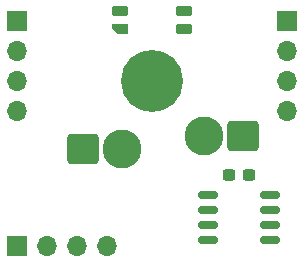
<source format=gts>
G04 #@! TF.GenerationSoftware,KiCad,Pcbnew,8.0.5+dfsg-1*
G04 #@! TF.CreationDate,2024-10-30T23:38:13+01:00*
G04 #@! TF.ProjectId,raddr,72616464-722e-46b6-9963-61645f706362,rev?*
G04 #@! TF.SameCoordinates,Original*
G04 #@! TF.FileFunction,Soldermask,Top*
G04 #@! TF.FilePolarity,Negative*
%FSLAX46Y46*%
G04 Gerber Fmt 4.6, Leading zero omitted, Abs format (unit mm)*
G04 Created by KiCad (PCBNEW 8.0.5+dfsg-1) date 2024-10-30 23:38:13*
%MOMM*%
%LPD*%
G01*
G04 APERTURE LIST*
G04 Aperture macros list*
%AMRoundRect*
0 Rectangle with rounded corners*
0 $1 Rounding radius*
0 $2 $3 $4 $5 $6 $7 $8 $9 X,Y pos of 4 corners*
0 Add a 4 corners polygon primitive as box body*
4,1,4,$2,$3,$4,$5,$6,$7,$8,$9,$2,$3,0*
0 Add four circle primitives for the rounded corners*
1,1,$1+$1,$2,$3*
1,1,$1+$1,$4,$5*
1,1,$1+$1,$6,$7*
1,1,$1+$1,$8,$9*
0 Add four rect primitives between the rounded corners*
20,1,$1+$1,$2,$3,$4,$5,0*
20,1,$1+$1,$4,$5,$6,$7,0*
20,1,$1+$1,$6,$7,$8,$9,0*
20,1,$1+$1,$8,$9,$2,$3,0*%
%AMFreePoly0*
4,1,18,-0.410000,0.265000,0.000000,0.675000,0.328000,0.675000,0.359380,0.668758,0.385983,0.650983,0.403758,0.624380,0.410000,0.593000,0.410000,-0.593000,0.403758,-0.624380,0.385983,-0.650983,0.359380,-0.668758,0.328000,-0.675000,-0.328000,-0.675000,-0.359380,-0.668758,-0.385983,-0.650983,-0.403758,-0.624380,-0.410000,-0.593000,-0.410000,0.265000,-0.410000,0.265000,$1*%
G04 Aperture macros list end*
%ADD10RoundRect,0.082000X0.593000X-0.328000X0.593000X0.328000X-0.593000X0.328000X-0.593000X-0.328000X0*%
%ADD11FreePoly0,90.000000*%
%ADD12RoundRect,0.150000X-0.675000X-0.150000X0.675000X-0.150000X0.675000X0.150000X-0.675000X0.150000X0*%
%ADD13R,1.700000X1.700000*%
%ADD14O,1.700000X1.700000*%
%ADD15C,5.250000*%
%ADD16C,3.300000*%
%ADD17RoundRect,0.255000X-1.070000X-1.020000X1.070000X-1.020000X1.070000X1.020000X-1.070000X1.020000X0*%
%ADD18RoundRect,0.237500X-0.300000X-0.237500X0.300000X-0.237500X0.300000X0.237500X-0.300000X0.237500X0*%
G04 APERTURE END LIST*
D10*
X11615000Y826200D03*
X11615000Y-673800D03*
X6165000Y826200D03*
D11*
X6165000Y-673800D03*
D12*
X13596800Y-14774800D03*
X13596800Y-16044800D03*
X13596800Y-17314800D03*
X13596800Y-18584800D03*
X18846800Y-18584800D03*
X18846800Y-17314800D03*
X18846800Y-16044800D03*
X18846800Y-14774800D03*
D13*
X20320000Y0D03*
D14*
X20320000Y-2540000D03*
X20320000Y-5080000D03*
X20320000Y-7620000D03*
D15*
X8890000Y-5080000D03*
D16*
X13290000Y-9780000D03*
D17*
X16535000Y-9780000D03*
X3045000Y-10830000D03*
D16*
X6290000Y-10830000D03*
D13*
X-2540000Y0D03*
D14*
X-2540000Y-2540000D03*
X-2540000Y-5080000D03*
X-2540000Y-7620000D03*
D18*
X15391100Y-13021000D03*
X17116100Y-13021000D03*
D13*
X-2540000Y-19050000D03*
D14*
X0Y-19050000D03*
X2540000Y-19050000D03*
X5080000Y-19050000D03*
M02*

</source>
